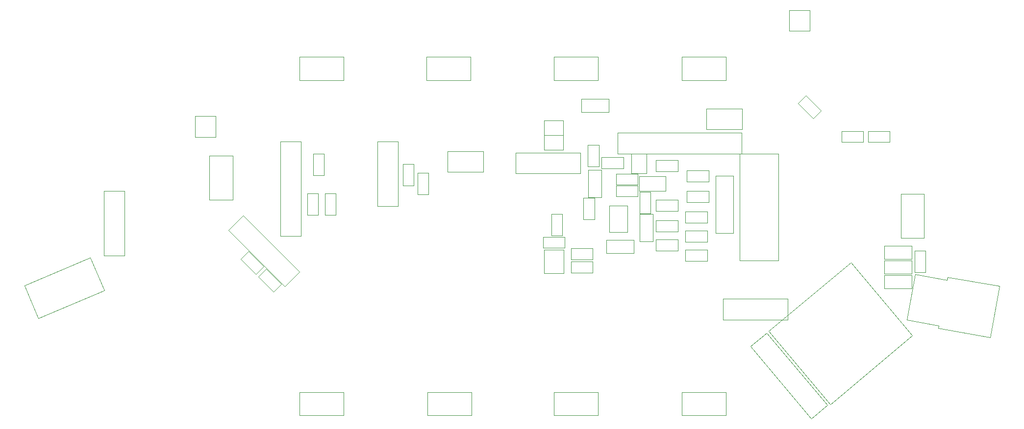
<source format=gbr>
%TF.GenerationSoftware,KiCad,Pcbnew,(5.1.10)-1*%
%TF.CreationDate,2022-02-17T21:55:53+01:00*%
%TF.ProjectId,keyboardEink,6b657962-6f61-4726-9445-696e6b2e6b69,rev?*%
%TF.SameCoordinates,Original*%
%TF.FileFunction,Other,User*%
%FSLAX46Y46*%
G04 Gerber Fmt 4.6, Leading zero omitted, Abs format (unit mm)*
G04 Created by KiCad (PCBNEW (5.1.10)-1) date 2022-02-17 21:55:53*
%MOMM*%
%LPD*%
G01*
G04 APERTURE LIST*
%ADD10C,0.050000*%
G04 APERTURE END LIST*
D10*
%TO.C,J12*%
X191846000Y-117900000D02*
X191846000Y-121500000D01*
X203046000Y-117900000D02*
X191846000Y-117900000D01*
X203046000Y-121500000D02*
X203046000Y-117900000D01*
X191846000Y-121500000D02*
X203046000Y-121500000D01*
%TO.C,R34*%
X224954000Y-113276000D02*
X224954000Y-109576000D01*
X226854000Y-113276000D02*
X224954000Y-113276000D01*
X226854000Y-109576000D02*
X226854000Y-113276000D01*
X224954000Y-109576000D02*
X226854000Y-109576000D01*
%TO.C,D20*%
X224444000Y-116132000D02*
X224444000Y-113832000D01*
X219744000Y-113832000D02*
X224444000Y-113832000D01*
X219744000Y-116132000D02*
X219744000Y-113832000D01*
X224444000Y-116132000D02*
X219744000Y-116132000D01*
%TO.C,D19*%
X224444000Y-113592000D02*
X224444000Y-111292000D01*
X219744000Y-111292000D02*
X224444000Y-111292000D01*
X219744000Y-113592000D02*
X219744000Y-111292000D01*
X224444000Y-113592000D02*
X219744000Y-113592000D01*
%TO.C,D18*%
X224444000Y-111052000D02*
X224444000Y-108752000D01*
X219744000Y-108752000D02*
X224444000Y-108752000D01*
X219744000Y-111052000D02*
X219744000Y-108752000D01*
X224444000Y-111052000D02*
X219744000Y-111052000D01*
%TO.C,AE1*%
X230638396Y-114119310D02*
X230551572Y-114611714D01*
X239619843Y-115702981D02*
X230638396Y-114119310D01*
X229075562Y-122982579D02*
X229162387Y-122490176D01*
X238057009Y-124566251D02*
X229075562Y-122982579D01*
X223647463Y-121517746D02*
X225036649Y-113639284D01*
X229162387Y-122490176D02*
X223647463Y-121517746D01*
X239619843Y-115702981D02*
X238057009Y-124566251D01*
X230551572Y-114611714D02*
X225036649Y-113639284D01*
%TO.C,J19*%
X209897898Y-136285862D02*
X199420460Y-123799338D01*
X199420460Y-123799338D02*
X196662700Y-126113373D01*
X196662700Y-126113373D02*
X207140138Y-138599898D01*
X207140138Y-138599898D02*
X209897898Y-136285862D01*
%TO.C,U7*%
X199799091Y-123497919D02*
X213970913Y-111606348D01*
X213970913Y-111606348D02*
X224576909Y-124246081D01*
X210405087Y-136137652D02*
X224576909Y-124246081D01*
X210405087Y-136137652D02*
X199799091Y-123497919D01*
%TO.C,J18*%
X84912000Y-110432000D02*
X88512000Y-110432000D01*
X84912000Y-99232000D02*
X84912000Y-110432000D01*
X88512000Y-99232000D02*
X84912000Y-99232000D01*
X88512000Y-110432000D02*
X88512000Y-99232000D01*
%TO.C,J17*%
X150488000Y-92354000D02*
X144338000Y-92354000D01*
X144338000Y-92354000D02*
X144338000Y-95954000D01*
X144338000Y-95954000D02*
X150488000Y-95954000D01*
X150488000Y-95954000D02*
X150488000Y-92354000D01*
%TO.C,J15*%
X206876000Y-67970000D02*
X203276000Y-67970000D01*
X206876000Y-71570000D02*
X206876000Y-67970000D01*
X203276000Y-71570000D02*
X206876000Y-71570000D01*
X203276000Y-67970000D02*
X203276000Y-71570000D01*
%TO.C,R31*%
X208833899Y-85392396D02*
X207490396Y-86735899D01*
X207490396Y-86735899D02*
X204874101Y-84119604D01*
X204874101Y-84119604D02*
X206217604Y-82776101D01*
X206217604Y-82776101D02*
X208833899Y-85392396D01*
%TO.C,J13*%
X195192000Y-88588000D02*
X195192000Y-84988000D01*
X189042000Y-88588000D02*
X195192000Y-88588000D01*
X189042000Y-84988000D02*
X189042000Y-88588000D01*
X195192000Y-84988000D02*
X189042000Y-84988000D01*
%TO.C,JP5*%
X161008000Y-89602000D02*
X164308000Y-89602000D01*
X161008000Y-89602000D02*
X161008000Y-92102000D01*
X164308000Y-92102000D02*
X164308000Y-89602000D01*
X164308000Y-92102000D02*
X161008000Y-92102000D01*
%TO.C,JP4*%
X161008000Y-87062000D02*
X164308000Y-87062000D01*
X161008000Y-87062000D02*
X161008000Y-89562000D01*
X164308000Y-89562000D02*
X164308000Y-87062000D01*
X164308000Y-89562000D02*
X161008000Y-89562000D01*
%TO.C,U2*%
X194802000Y-92808000D02*
X194802000Y-111248000D01*
X201452000Y-92808000D02*
X194802000Y-92808000D01*
X201452000Y-111248000D02*
X201452000Y-92808000D01*
X194802000Y-111248000D02*
X201452000Y-111248000D01*
%TO.C,J11*%
X190572000Y-96590000D02*
X190572000Y-106540000D01*
X190572000Y-106540000D02*
X193672000Y-106540000D01*
X193672000Y-106540000D02*
X193672000Y-96590000D01*
X193672000Y-96590000D02*
X190572000Y-96590000D01*
%TO.C,J4*%
X100660000Y-86300000D02*
X100660000Y-89900000D01*
X100660000Y-89900000D02*
X104260000Y-89900000D01*
X104260000Y-89900000D02*
X104260000Y-86300000D01*
X104260000Y-86300000D02*
X100660000Y-86300000D01*
%TO.C,D11*%
X170268000Y-134063999D02*
X170268000Y-138063999D01*
X170268000Y-138063999D02*
X162668000Y-138063999D01*
X162668000Y-138063999D02*
X162668000Y-134063999D01*
X162668000Y-134063999D02*
X170268000Y-134063999D01*
%TO.C,D10*%
X222633999Y-99752000D02*
X226633999Y-99752000D01*
X226633999Y-99752000D02*
X226633999Y-107352000D01*
X226633999Y-107352000D02*
X222633999Y-107352000D01*
X222633999Y-107352000D02*
X222633999Y-99752000D01*
%TO.C,D6*%
X192366000Y-134063999D02*
X192366000Y-138063999D01*
X192366000Y-138063999D02*
X184766000Y-138063999D01*
X184766000Y-138063999D02*
X184766000Y-134063999D01*
X184766000Y-134063999D02*
X192366000Y-134063999D01*
%TO.C,D5*%
X148424000Y-134063999D02*
X148424000Y-138063999D01*
X148424000Y-138063999D02*
X140824000Y-138063999D01*
X140824000Y-138063999D02*
X140824000Y-134063999D01*
X140824000Y-134063999D02*
X148424000Y-134063999D01*
%TO.C,D4*%
X126326000Y-134063999D02*
X126326000Y-138063999D01*
X126326000Y-138063999D02*
X118726000Y-138063999D01*
X118726000Y-138063999D02*
X118726000Y-134063999D01*
X118726000Y-134063999D02*
X126326000Y-134063999D01*
%TO.C,D16*%
X107180000Y-100748000D02*
X103180000Y-100748000D01*
X103180000Y-100748000D02*
X103180000Y-93148000D01*
X103180000Y-93148000D02*
X107180000Y-93148000D01*
X107180000Y-93148000D02*
X107180000Y-100748000D01*
%TO.C,D14*%
X140700000Y-80080000D02*
X140700000Y-76080000D01*
X140700000Y-76080000D02*
X148300000Y-76080000D01*
X148300000Y-76080000D02*
X148300000Y-80080000D01*
X148300000Y-80080000D02*
X140700000Y-80080000D01*
%TO.C,D13*%
X162668000Y-80080000D02*
X162668000Y-76080000D01*
X162668000Y-76080000D02*
X170268000Y-76080000D01*
X170268000Y-76080000D02*
X170268000Y-80080000D01*
X170268000Y-80080000D02*
X162668000Y-80080000D01*
%TO.C,D12*%
X184766000Y-80080000D02*
X184766000Y-76080000D01*
X184766000Y-76080000D02*
X192366000Y-76080000D01*
X192366000Y-76080000D02*
X192366000Y-80080000D01*
X192366000Y-80080000D02*
X184766000Y-80080000D01*
%TO.C,D15*%
X118726000Y-80080000D02*
X118726000Y-76080000D01*
X118726000Y-76080000D02*
X126326000Y-76080000D01*
X126326000Y-76080000D02*
X126326000Y-80080000D01*
X126326000Y-80080000D02*
X118726000Y-80080000D01*
%TO.C,F2*%
X162216000Y-103226000D02*
X164116000Y-103226000D01*
X164116000Y-103226000D02*
X164116000Y-106926000D01*
X164116000Y-106926000D02*
X162216000Y-106926000D01*
X162216000Y-106926000D02*
X162216000Y-103226000D01*
%TO.C,J10*%
X195060000Y-89200000D02*
X173710000Y-89200000D01*
X173710000Y-89200000D02*
X173710000Y-92800000D01*
X173710000Y-92800000D02*
X195060000Y-92800000D01*
X195060000Y-92800000D02*
X195060000Y-89200000D01*
%TO.C,R4*%
X115615899Y-115364396D02*
X114272396Y-116707899D01*
X114272396Y-116707899D02*
X111656101Y-114091604D01*
X111656101Y-114091604D02*
X112999604Y-112748101D01*
X112999604Y-112748101D02*
X115615899Y-115364396D01*
%TO.C,R3*%
X112567899Y-112316396D02*
X111224396Y-113659899D01*
X111224396Y-113659899D02*
X108608101Y-111043604D01*
X108608101Y-111043604D02*
X109951604Y-109700101D01*
X109951604Y-109700101D02*
X112567899Y-112316396D01*
%TO.C,D17*%
X172120000Y-85652000D02*
X167420000Y-85652000D01*
X167420000Y-85652000D02*
X167420000Y-83352000D01*
X167420000Y-83352000D02*
X172120000Y-83352000D01*
X172120000Y-85652000D02*
X172120000Y-83352000D01*
%TO.C,J8*%
X116176000Y-115749584D02*
X118721584Y-113204000D01*
X106453282Y-106026866D02*
X116176000Y-115749584D01*
X108998866Y-103481282D02*
X106453282Y-106026866D01*
X118721584Y-113204000D02*
X108998866Y-103481282D01*
%TO.C,J1*%
X156032000Y-92608000D02*
X156032000Y-96208000D01*
X167232000Y-92608000D02*
X156032000Y-92608000D01*
X167232000Y-96208000D02*
X167232000Y-92608000D01*
X156032000Y-96208000D02*
X167232000Y-96208000D01*
%TO.C,R25*%
X216942000Y-88886000D02*
X220642000Y-88886000D01*
X216942000Y-90786000D02*
X216942000Y-88886000D01*
X220642000Y-90786000D02*
X216942000Y-90786000D01*
X220642000Y-88886000D02*
X220642000Y-90786000D01*
%TO.C,R24*%
X216070000Y-90786000D02*
X212370000Y-90786000D01*
X216070000Y-88886000D02*
X216070000Y-90786000D01*
X212370000Y-88886000D02*
X216070000Y-88886000D01*
X212370000Y-90786000D02*
X212370000Y-88886000D01*
%TO.C,R16*%
X139102000Y-99814000D02*
X139102000Y-96114000D01*
X141002000Y-99814000D02*
X139102000Y-99814000D01*
X141002000Y-96114000D02*
X141002000Y-99814000D01*
X139102000Y-96114000D02*
X141002000Y-96114000D01*
%TO.C,R15*%
X136562000Y-98290000D02*
X136562000Y-94590000D01*
X138462000Y-98290000D02*
X136562000Y-98290000D01*
X138462000Y-94590000D02*
X138462000Y-98290000D01*
X136562000Y-94590000D02*
X138462000Y-94590000D01*
%TO.C,R12*%
X123100000Y-103370000D02*
X123100000Y-99670000D01*
X125000000Y-103370000D02*
X123100000Y-103370000D01*
X125000000Y-99670000D02*
X125000000Y-103370000D01*
X123100000Y-99670000D02*
X125000000Y-99670000D01*
%TO.C,R10*%
X120052000Y-103370000D02*
X120052000Y-99670000D01*
X121952000Y-103370000D02*
X120052000Y-103370000D01*
X121952000Y-99670000D02*
X121952000Y-103370000D01*
X120052000Y-99670000D02*
X121952000Y-99670000D01*
%TO.C,PWR2*%
X73639990Y-121269122D02*
X85008225Y-116443593D01*
X71236993Y-115608017D02*
X73639990Y-121269122D01*
X82605228Y-110782488D02*
X71236993Y-115608017D01*
X85008225Y-116443593D02*
X82605228Y-110782488D01*
%TO.C,J7*%
X135756000Y-90700000D02*
X132156000Y-90700000D01*
X135756000Y-101900000D02*
X135756000Y-90700000D01*
X132156000Y-101900000D02*
X135756000Y-101900000D01*
X132156000Y-90700000D02*
X132156000Y-101900000D01*
%TO.C,J6*%
X118992000Y-90700000D02*
X115392000Y-90700000D01*
X118992000Y-107000000D02*
X118992000Y-90700000D01*
X115392000Y-107000000D02*
X118992000Y-107000000D01*
X115392000Y-90700000D02*
X115392000Y-107000000D01*
%TO.C,C13*%
X122968000Y-92812000D02*
X122968000Y-96512000D01*
X121068000Y-92812000D02*
X122968000Y-92812000D01*
X121068000Y-96512000D02*
X121068000Y-92812000D01*
X122968000Y-96512000D02*
X121068000Y-96512000D01*
%TO.C,R8*%
X179356000Y-103132000D02*
X177456000Y-103132000D01*
X177456000Y-103132000D02*
X177456000Y-99432000D01*
X177456000Y-99432000D02*
X179356000Y-99432000D01*
X179356000Y-99432000D02*
X179356000Y-103132000D01*
%TO.C,JP1*%
X177376000Y-96714000D02*
X181976000Y-96714000D01*
X177376000Y-96714000D02*
X177376000Y-99214000D01*
X181976000Y-99214000D02*
X181976000Y-96714000D01*
X181976000Y-99214000D02*
X177376000Y-99214000D01*
%TO.C,U3*%
X164358000Y-113476000D02*
X164358000Y-109376000D01*
X160958000Y-113476000D02*
X164358000Y-113476000D01*
X160958000Y-109376000D02*
X160958000Y-113476000D01*
X164358000Y-109376000D02*
X160958000Y-109376000D01*
%TO.C,R5*%
X164508000Y-109074000D02*
X160808000Y-109074000D01*
X164508000Y-107174000D02*
X164508000Y-109074000D01*
X160808000Y-107174000D02*
X164508000Y-107174000D01*
X160808000Y-109074000D02*
X160808000Y-107174000D01*
%TO.C,C17*%
X165644000Y-111462000D02*
X169404000Y-111462000D01*
X165644000Y-113422000D02*
X165644000Y-111462000D01*
X169404000Y-113422000D02*
X165644000Y-113422000D01*
X169404000Y-111462000D02*
X169404000Y-113422000D01*
%TO.C,C16*%
X165644000Y-109176000D02*
X169404000Y-109176000D01*
X165644000Y-111136000D02*
X165644000Y-109176000D01*
X169404000Y-111136000D02*
X165644000Y-111136000D01*
X169404000Y-109176000D02*
X169404000Y-111136000D01*
%TO.C,C15*%
X167774000Y-104162000D02*
X167774000Y-100402000D01*
X169734000Y-104162000D02*
X167774000Y-104162000D01*
X169734000Y-100402000D02*
X169734000Y-104162000D01*
X167774000Y-100402000D02*
X169734000Y-100402000D01*
%TO.C,L1*%
X172254000Y-101780000D02*
X175414000Y-101780000D01*
X175414000Y-101780000D02*
X175414000Y-106340000D01*
X175414000Y-106340000D02*
X172254000Y-106340000D01*
X172254000Y-106340000D02*
X172254000Y-101780000D01*
%TO.C,Q1*%
X178690000Y-92808000D02*
X178690000Y-96208000D01*
X176090000Y-92808000D02*
X178690000Y-92808000D01*
X176090000Y-96208000D02*
X176090000Y-92808000D01*
X178690000Y-96208000D02*
X176090000Y-96208000D01*
%TO.C,R2*%
X177168000Y-98284000D02*
X177168000Y-100184000D01*
X177168000Y-100184000D02*
X173468000Y-100184000D01*
X173468000Y-100184000D02*
X173468000Y-98284000D01*
X173468000Y-98284000D02*
X177168000Y-98284000D01*
%TO.C,R1*%
X177168000Y-96252000D02*
X177168000Y-98152000D01*
X177168000Y-98152000D02*
X173468000Y-98152000D01*
X173468000Y-98152000D02*
X173468000Y-96252000D01*
X173468000Y-96252000D02*
X177168000Y-96252000D01*
%TO.C,D1*%
X177510000Y-107934000D02*
X177510000Y-103234000D01*
X177510000Y-103234000D02*
X179810000Y-103234000D01*
X179810000Y-103234000D02*
X179810000Y-107934000D01*
X177510000Y-107934000D02*
X179810000Y-107934000D01*
%TO.C,D2*%
X171738000Y-107736000D02*
X176438000Y-107736000D01*
X176438000Y-107736000D02*
X176438000Y-110036000D01*
X176438000Y-110036000D02*
X171738000Y-110036000D01*
X171738000Y-107736000D02*
X171738000Y-110036000D01*
%TO.C,D3*%
X168580000Y-100314000D02*
X168580000Y-95614000D01*
X168580000Y-95614000D02*
X170880000Y-95614000D01*
X170880000Y-95614000D02*
X170880000Y-100314000D01*
X168580000Y-100314000D02*
X170880000Y-100314000D01*
%TO.C,C12*%
X174658000Y-93428000D02*
X174658000Y-95388000D01*
X174658000Y-95388000D02*
X170898000Y-95388000D01*
X170898000Y-95388000D02*
X170898000Y-93428000D01*
X170898000Y-93428000D02*
X174658000Y-93428000D01*
%TO.C,C9*%
X185630000Y-97674000D02*
X185630000Y-95714000D01*
X185630000Y-95714000D02*
X189390000Y-95714000D01*
X189390000Y-95714000D02*
X189390000Y-97674000D01*
X189390000Y-97674000D02*
X185630000Y-97674000D01*
%TO.C,C6*%
X180296000Y-102754000D02*
X180296000Y-100794000D01*
X180296000Y-100794000D02*
X184056000Y-100794000D01*
X184056000Y-100794000D02*
X184056000Y-102754000D01*
X184056000Y-102754000D02*
X180296000Y-102754000D01*
%TO.C,C4*%
X180296000Y-106310000D02*
X180296000Y-104350000D01*
X180296000Y-104350000D02*
X184056000Y-104350000D01*
X184056000Y-104350000D02*
X184056000Y-106310000D01*
X184056000Y-106310000D02*
X180296000Y-106310000D01*
%TO.C,C2*%
X180296000Y-109612000D02*
X180296000Y-107652000D01*
X180296000Y-107652000D02*
X184056000Y-107652000D01*
X184056000Y-107652000D02*
X184056000Y-109612000D01*
X184056000Y-109612000D02*
X180296000Y-109612000D01*
%TO.C,C10*%
X168496000Y-91258000D02*
X170456000Y-91258000D01*
X170456000Y-91258000D02*
X170456000Y-95018000D01*
X170456000Y-95018000D02*
X168496000Y-95018000D01*
X168496000Y-95018000D02*
X168496000Y-91258000D01*
%TO.C,C7*%
X180296000Y-95896000D02*
X180296000Y-93936000D01*
X180296000Y-93936000D02*
X184056000Y-93936000D01*
X184056000Y-93936000D02*
X184056000Y-95896000D01*
X184056000Y-95896000D02*
X180296000Y-95896000D01*
%TO.C,C11*%
X185630000Y-101230000D02*
X185630000Y-99270000D01*
X185630000Y-99270000D02*
X189390000Y-99270000D01*
X189390000Y-99270000D02*
X189390000Y-101230000D01*
X189390000Y-101230000D02*
X185630000Y-101230000D01*
%TO.C,C5*%
X185376000Y-104786000D02*
X185376000Y-102826000D01*
X185376000Y-102826000D02*
X189136000Y-102826000D01*
X189136000Y-102826000D02*
X189136000Y-104786000D01*
X189136000Y-104786000D02*
X185376000Y-104786000D01*
%TO.C,C3*%
X185376000Y-108088000D02*
X185376000Y-106128000D01*
X185376000Y-106128000D02*
X189136000Y-106128000D01*
X189136000Y-106128000D02*
X189136000Y-108088000D01*
X189136000Y-108088000D02*
X185376000Y-108088000D01*
%TO.C,C1*%
X185376000Y-111390000D02*
X185376000Y-109430000D01*
X185376000Y-109430000D02*
X189136000Y-109430000D01*
X189136000Y-109430000D02*
X189136000Y-111390000D01*
X189136000Y-111390000D02*
X185376000Y-111390000D01*
%TD*%
M02*

</source>
